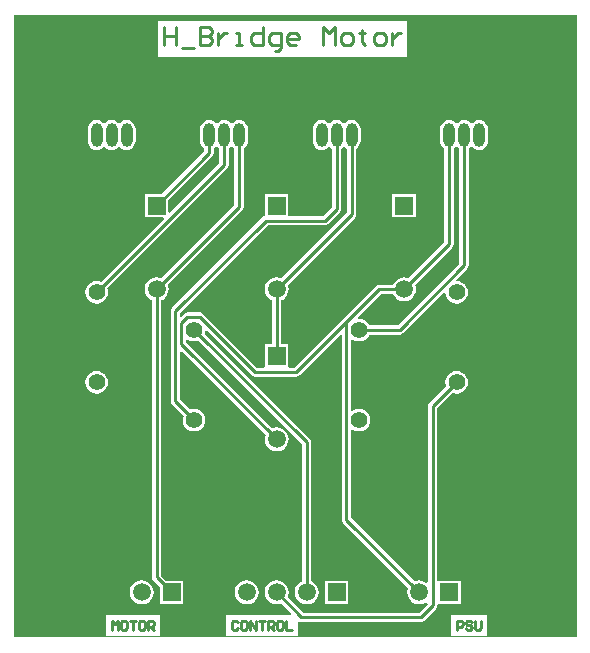
<source format=gtl>
G04*
G04 #@! TF.GenerationSoftware,Altium Limited,Altium Designer,20.0.2 (26)*
G04*
G04 Layer_Physical_Order=1*
G04 Layer_Color=255*
%FSLAX44Y44*%
%MOMM*%
G71*
G01*
G75*
%ADD12C,0.2540*%
%ADD20R,1.5000X1.5000*%
%ADD21C,1.5000*%
%ADD22O,1.0000X2.0000*%
%ADD23O,1.0000X2.0000*%
%ADD24C,1.4000*%
%ADD25R,1.5000X1.5000*%
G36*
X1778000Y736600D02*
X1301750D01*
Y1263650D01*
X1778000D01*
Y736600D01*
D02*
G37*
%LPC*%
G36*
X1634425Y1258565D02*
X1423670D01*
Y1228092D01*
X1634425D01*
Y1258565D01*
D02*
G37*
G36*
X1695450Y1174655D02*
X1693482Y1174396D01*
X1691647Y1173636D01*
X1690072Y1172428D01*
X1689735Y1171988D01*
X1688465D01*
X1688128Y1172428D01*
X1686552Y1173636D01*
X1684718Y1174396D01*
X1682750Y1174655D01*
X1680782Y1174396D01*
X1678947Y1173636D01*
X1677372Y1172428D01*
X1677035Y1171988D01*
X1675765D01*
X1675428Y1172428D01*
X1673853Y1173636D01*
X1672018Y1174396D01*
X1670050Y1174655D01*
X1668082Y1174396D01*
X1666248Y1173636D01*
X1664672Y1172428D01*
X1663464Y1170853D01*
X1662704Y1169018D01*
X1662445Y1167050D01*
Y1157050D01*
X1662704Y1155082D01*
X1663464Y1153248D01*
X1664672Y1151672D01*
X1666165Y1150527D01*
Y1071009D01*
X1635750Y1040593D01*
X1634571Y1041081D01*
X1631950Y1041427D01*
X1629329Y1041081D01*
X1626887Y1040070D01*
X1624789Y1038461D01*
X1623180Y1036363D01*
X1622692Y1035185D01*
X1610928D01*
X1609441Y1034889D01*
X1608181Y1034047D01*
X1580181Y1006047D01*
X1580181Y1006047D01*
X1539155Y965021D01*
X1535211D01*
X1534040Y965260D01*
Y985340D01*
X1527885D01*
Y1022042D01*
X1529063Y1022530D01*
X1531161Y1024139D01*
X1532770Y1026237D01*
X1533782Y1028679D01*
X1534127Y1031300D01*
X1533782Y1033921D01*
X1533293Y1035100D01*
X1590247Y1092053D01*
X1591089Y1093313D01*
X1591385Y1094800D01*
Y1150527D01*
X1592878Y1151672D01*
X1594086Y1153248D01*
X1594846Y1155082D01*
X1595105Y1157050D01*
Y1167050D01*
X1594846Y1169018D01*
X1594086Y1170853D01*
X1592878Y1172428D01*
X1591302Y1173636D01*
X1589468Y1174396D01*
X1587500Y1174655D01*
X1585532Y1174396D01*
X1583698Y1173636D01*
X1582122Y1172428D01*
X1581785Y1171988D01*
X1580515D01*
X1580178Y1172428D01*
X1578602Y1173636D01*
X1576768Y1174396D01*
X1574800Y1174655D01*
X1572832Y1174396D01*
X1570997Y1173636D01*
X1569422Y1172428D01*
X1569085Y1171988D01*
X1567815D01*
X1567478Y1172428D01*
X1565903Y1173636D01*
X1564068Y1174396D01*
X1562100Y1174655D01*
X1560132Y1174396D01*
X1558297Y1173636D01*
X1556722Y1172428D01*
X1555514Y1170853D01*
X1554754Y1169018D01*
X1554495Y1167050D01*
Y1157050D01*
X1554754Y1155082D01*
X1555514Y1153248D01*
X1556722Y1151672D01*
X1558297Y1150464D01*
X1560132Y1149704D01*
X1562100Y1149445D01*
X1564068Y1149704D01*
X1565903Y1150464D01*
X1567478Y1151672D01*
X1567815Y1152112D01*
X1569085D01*
X1569422Y1151672D01*
X1570915Y1150527D01*
Y1101175D01*
X1563031Y1093291D01*
X1534040D01*
Y1112340D01*
X1513960D01*
Y1093119D01*
X1513339Y1092995D01*
X1512079Y1092153D01*
X1435513Y1015587D01*
X1434671Y1014327D01*
X1434375Y1012840D01*
Y936640D01*
X1434671Y935154D01*
X1435513Y933893D01*
X1445239Y924167D01*
X1444856Y923240D01*
X1444528Y920750D01*
X1444856Y918260D01*
X1445817Y915939D01*
X1447346Y913946D01*
X1449339Y912417D01*
X1451660Y911456D01*
X1454150Y911128D01*
X1456640Y911456D01*
X1458961Y912417D01*
X1460954Y913946D01*
X1462483Y915939D01*
X1463444Y918260D01*
X1463772Y920750D01*
X1463444Y923240D01*
X1462483Y925561D01*
X1460954Y927554D01*
X1458961Y929083D01*
X1456640Y930044D01*
X1454150Y930372D01*
X1451660Y930044D01*
X1450733Y929661D01*
X1442144Y938249D01*
Y979003D01*
X1443318Y979489D01*
X1514707Y908100D01*
X1514218Y906921D01*
X1513873Y904300D01*
X1514218Y901679D01*
X1515230Y899237D01*
X1516839Y897139D01*
X1518937Y895530D01*
X1521379Y894518D01*
X1524000Y894173D01*
X1526621Y894518D01*
X1529063Y895530D01*
X1531161Y897139D01*
X1532770Y899237D01*
X1533782Y901679D01*
X1534127Y904300D01*
X1533782Y906921D01*
X1532770Y909363D01*
X1531161Y911461D01*
X1529063Y913070D01*
X1526621Y914081D01*
X1524000Y914427D01*
X1521379Y914081D01*
X1520200Y913593D01*
X1447224Y986569D01*
Y988639D01*
X1448494Y989265D01*
X1449339Y988617D01*
X1451660Y987656D01*
X1454150Y987328D01*
X1456640Y987656D01*
X1457567Y988039D01*
X1545515Y900091D01*
Y783958D01*
X1544337Y783470D01*
X1542239Y781861D01*
X1540630Y779763D01*
X1539618Y777321D01*
X1539273Y774700D01*
X1539618Y772079D01*
X1540630Y769637D01*
X1542239Y767539D01*
X1544337Y765930D01*
X1546779Y764918D01*
X1549400Y764573D01*
X1552021Y764918D01*
X1554463Y765930D01*
X1556561Y767539D01*
X1558170Y769637D01*
X1559182Y772079D01*
X1559527Y774700D01*
X1559182Y777321D01*
X1558170Y779763D01*
X1556561Y781861D01*
X1554463Y783470D01*
X1553285Y783958D01*
Y901700D01*
X1552989Y903187D01*
X1552147Y904447D01*
X1463061Y993533D01*
X1463444Y994460D01*
X1463637Y995921D01*
X1464978Y996376D01*
X1502965Y958389D01*
X1504225Y957547D01*
X1505712Y957251D01*
X1540764D01*
X1542251Y957547D01*
X1543511Y958389D01*
X1577870Y992748D01*
X1579043Y992262D01*
Y836422D01*
X1579339Y834935D01*
X1580181Y833675D01*
X1635357Y778500D01*
X1634868Y777321D01*
X1634523Y774700D01*
X1634868Y772079D01*
X1635880Y769637D01*
X1637489Y767539D01*
X1639587Y765930D01*
X1642029Y764918D01*
X1644650Y764573D01*
X1647271Y764918D01*
X1649713Y765930D01*
X1650536Y766562D01*
X1651782Y765997D01*
X1651886Y765078D01*
X1644311Y757503D01*
X1546691D01*
X1533293Y770900D01*
X1533782Y772079D01*
X1534127Y774700D01*
X1533782Y777321D01*
X1532770Y779763D01*
X1531161Y781861D01*
X1529063Y783470D01*
X1526621Y784482D01*
X1524000Y784827D01*
X1521379Y784482D01*
X1518937Y783470D01*
X1516839Y781861D01*
X1515230Y779763D01*
X1514218Y777321D01*
X1513873Y774700D01*
X1514218Y772079D01*
X1515230Y769637D01*
X1516839Y767539D01*
X1518937Y765930D01*
X1521379Y764918D01*
X1524000Y764573D01*
X1526621Y764918D01*
X1527800Y765407D01*
X1536385Y756821D01*
X1535899Y755648D01*
X1480820D01*
Y737870D01*
X1541764D01*
Y749726D01*
X1543034Y750405D01*
X1543595Y750029D01*
X1545082Y749733D01*
X1645920D01*
X1647407Y750029D01*
X1648667Y750871D01*
X1658827Y761031D01*
X1659669Y762291D01*
X1659897Y763437D01*
X1659965Y763778D01*
X1660757Y764660D01*
X1661235Y764660D01*
X1680090D01*
Y784740D01*
X1660010Y784740D01*
X1659965Y785991D01*
Y930571D01*
X1672983Y943589D01*
X1673910Y943206D01*
X1676400Y942878D01*
X1678890Y943206D01*
X1681211Y944167D01*
X1683204Y945696D01*
X1684733Y947689D01*
X1685694Y950010D01*
X1686022Y952500D01*
X1685694Y954990D01*
X1684733Y957311D01*
X1683204Y959304D01*
X1681211Y960833D01*
X1678890Y961794D01*
X1676400Y962122D01*
X1673910Y961794D01*
X1671589Y960833D01*
X1669596Y959304D01*
X1668067Y957311D01*
X1667106Y954990D01*
X1666778Y952500D01*
X1667106Y950010D01*
X1667489Y949083D01*
X1653333Y934927D01*
X1652491Y933667D01*
X1652195Y932180D01*
Y783166D01*
X1650925Y782540D01*
X1649713Y783470D01*
X1647271Y784482D01*
X1644650Y784827D01*
X1642029Y784482D01*
X1640850Y783993D01*
X1586813Y838031D01*
Y912524D01*
X1588083Y913150D01*
X1589039Y912417D01*
X1591360Y911456D01*
X1593850Y911128D01*
X1596340Y911456D01*
X1598661Y912417D01*
X1600654Y913946D01*
X1602183Y915939D01*
X1603144Y918260D01*
X1603472Y920750D01*
X1603144Y923240D01*
X1602183Y925561D01*
X1600654Y927554D01*
X1598661Y929083D01*
X1596340Y930044D01*
X1593850Y930372D01*
X1591360Y930044D01*
X1589039Y929083D01*
X1588083Y928350D01*
X1586813Y928976D01*
Y988724D01*
X1588083Y989351D01*
X1589039Y988617D01*
X1591360Y987656D01*
X1593850Y987328D01*
X1596340Y987656D01*
X1598661Y988617D01*
X1600654Y990146D01*
X1602183Y992139D01*
X1602567Y993065D01*
X1628140D01*
X1629627Y993361D01*
X1630887Y994203D01*
X1665629Y1028945D01*
X1666824Y1028345D01*
X1667106Y1026210D01*
X1668067Y1023889D01*
X1669596Y1021896D01*
X1671589Y1020367D01*
X1673910Y1019406D01*
X1676400Y1019078D01*
X1678890Y1019406D01*
X1681211Y1020367D01*
X1683204Y1021896D01*
X1684733Y1023889D01*
X1685694Y1026210D01*
X1686022Y1028700D01*
X1685694Y1031190D01*
X1684733Y1033511D01*
X1683204Y1035504D01*
X1681211Y1037033D01*
X1678890Y1037994D01*
X1676755Y1038276D01*
X1676155Y1039471D01*
X1685497Y1048813D01*
X1686339Y1050073D01*
X1686635Y1051560D01*
Y1150527D01*
X1688128Y1151672D01*
X1688465Y1152112D01*
X1689735D01*
X1690072Y1151672D01*
X1691647Y1150464D01*
X1693482Y1149704D01*
X1695450Y1149445D01*
X1697418Y1149704D01*
X1699252Y1150464D01*
X1700828Y1151672D01*
X1702036Y1153248D01*
X1702796Y1155082D01*
X1703055Y1157050D01*
Y1167050D01*
X1702796Y1169018D01*
X1702036Y1170853D01*
X1700828Y1172428D01*
X1699252Y1173636D01*
X1697418Y1174396D01*
X1695450Y1174655D01*
D02*
G37*
G36*
X1492250D02*
X1490282Y1174396D01*
X1488448Y1173636D01*
X1486872Y1172428D01*
X1486535Y1171988D01*
X1485265D01*
X1484928Y1172428D01*
X1483353Y1173636D01*
X1481518Y1174396D01*
X1479550Y1174655D01*
X1477582Y1174396D01*
X1475748Y1173636D01*
X1474172Y1172428D01*
X1473835Y1171988D01*
X1472565D01*
X1472228Y1172428D01*
X1470652Y1173636D01*
X1468818Y1174396D01*
X1466850Y1174655D01*
X1464882Y1174396D01*
X1463047Y1173636D01*
X1461472Y1172428D01*
X1460264Y1170853D01*
X1459504Y1169018D01*
X1459245Y1167050D01*
Y1157050D01*
X1459504Y1155082D01*
X1460264Y1153248D01*
X1461472Y1151672D01*
X1462965Y1150527D01*
Y1148359D01*
X1426946Y1112340D01*
X1412360D01*
Y1092260D01*
X1428007D01*
X1428493Y1091087D01*
X1375017Y1037611D01*
X1374090Y1037994D01*
X1371600Y1038322D01*
X1369110Y1037994D01*
X1366789Y1037033D01*
X1364796Y1035504D01*
X1363267Y1033511D01*
X1362306Y1031190D01*
X1361978Y1028700D01*
X1362306Y1026210D01*
X1363267Y1023889D01*
X1364796Y1021896D01*
X1366789Y1020367D01*
X1369110Y1019406D01*
X1371600Y1019078D01*
X1374090Y1019406D01*
X1376411Y1020367D01*
X1378404Y1021896D01*
X1379933Y1023889D01*
X1380894Y1026210D01*
X1381222Y1028700D01*
X1380894Y1031190D01*
X1380511Y1032117D01*
X1482297Y1133903D01*
X1483139Y1135163D01*
X1483435Y1136650D01*
Y1150527D01*
X1484928Y1151672D01*
X1485265Y1152112D01*
X1486535D01*
X1486872Y1151672D01*
X1488365Y1150527D01*
Y1102759D01*
X1426200Y1040593D01*
X1425021Y1041081D01*
X1422400Y1041427D01*
X1419779Y1041081D01*
X1417337Y1040070D01*
X1415239Y1038461D01*
X1413630Y1036363D01*
X1412618Y1033921D01*
X1412273Y1031300D01*
X1412618Y1028679D01*
X1413630Y1026237D01*
X1415239Y1024139D01*
X1417337Y1022530D01*
X1418515Y1022042D01*
Y787400D01*
X1418811Y785913D01*
X1419653Y784653D01*
X1425060Y779246D01*
Y764660D01*
X1445140D01*
Y784740D01*
X1430554D01*
X1426285Y789009D01*
Y1022042D01*
X1427463Y1022530D01*
X1429561Y1024139D01*
X1431170Y1026237D01*
X1432182Y1028679D01*
X1432527Y1031300D01*
X1432182Y1033921D01*
X1431693Y1035100D01*
X1494997Y1098403D01*
X1495839Y1099663D01*
X1496135Y1101150D01*
Y1150527D01*
X1497628Y1151672D01*
X1498836Y1153248D01*
X1499596Y1155082D01*
X1499855Y1157050D01*
Y1167050D01*
X1499596Y1169018D01*
X1498836Y1170853D01*
X1497628Y1172428D01*
X1496053Y1173636D01*
X1494218Y1174396D01*
X1492250Y1174655D01*
D02*
G37*
G36*
X1397000D02*
X1395032Y1174396D01*
X1393197Y1173636D01*
X1391622Y1172428D01*
X1391285Y1171988D01*
X1390015D01*
X1389678Y1172428D01*
X1388103Y1173636D01*
X1386268Y1174396D01*
X1384300Y1174655D01*
X1382332Y1174396D01*
X1380497Y1173636D01*
X1378922Y1172428D01*
X1378585Y1171988D01*
X1377315D01*
X1376978Y1172428D01*
X1375403Y1173636D01*
X1373568Y1174396D01*
X1371600Y1174655D01*
X1369632Y1174396D01*
X1367798Y1173636D01*
X1366222Y1172428D01*
X1365014Y1170853D01*
X1364254Y1169018D01*
X1363995Y1167050D01*
Y1157050D01*
X1364254Y1155082D01*
X1365014Y1153248D01*
X1366222Y1151672D01*
X1367798Y1150464D01*
X1369632Y1149704D01*
X1371600Y1149445D01*
X1373568Y1149704D01*
X1375403Y1150464D01*
X1376978Y1151672D01*
X1377315Y1152112D01*
X1378585D01*
X1378922Y1151672D01*
X1380497Y1150464D01*
X1382332Y1149704D01*
X1384300Y1149445D01*
X1386268Y1149704D01*
X1388103Y1150464D01*
X1389678Y1151672D01*
X1390015Y1152112D01*
X1391285D01*
X1391622Y1151672D01*
X1393197Y1150464D01*
X1395032Y1149704D01*
X1397000Y1149445D01*
X1398968Y1149704D01*
X1400802Y1150464D01*
X1402378Y1151672D01*
X1403586Y1153248D01*
X1404346Y1155082D01*
X1404605Y1157050D01*
Y1167050D01*
X1404346Y1169018D01*
X1403586Y1170853D01*
X1402378Y1172428D01*
X1400802Y1173636D01*
X1398968Y1174396D01*
X1397000Y1174655D01*
D02*
G37*
G36*
X1641990Y1112340D02*
X1621910D01*
Y1092260D01*
X1641990D01*
Y1112340D01*
D02*
G37*
G36*
X1371600Y962122D02*
X1369110Y961794D01*
X1366789Y960833D01*
X1364796Y959304D01*
X1363267Y957311D01*
X1362306Y954990D01*
X1361978Y952500D01*
X1362306Y950010D01*
X1363267Y947689D01*
X1364796Y945696D01*
X1366789Y944167D01*
X1369110Y943206D01*
X1371600Y942878D01*
X1374090Y943206D01*
X1376411Y944167D01*
X1378404Y945696D01*
X1379933Y947689D01*
X1380894Y950010D01*
X1381222Y952500D01*
X1380894Y954990D01*
X1379933Y957311D01*
X1378404Y959304D01*
X1376411Y960833D01*
X1374090Y961794D01*
X1371600Y962122D01*
D02*
G37*
G36*
X1584840Y784740D02*
X1564760D01*
Y764660D01*
X1584840D01*
Y784740D01*
D02*
G37*
G36*
X1498600Y784827D02*
X1495979Y784482D01*
X1493537Y783470D01*
X1491439Y781861D01*
X1489830Y779763D01*
X1488818Y777321D01*
X1488473Y774700D01*
X1488818Y772079D01*
X1489830Y769637D01*
X1491439Y767539D01*
X1493537Y765930D01*
X1495979Y764918D01*
X1498600Y764573D01*
X1501221Y764918D01*
X1503663Y765930D01*
X1505761Y767539D01*
X1507370Y769637D01*
X1508382Y772079D01*
X1508727Y774700D01*
X1508382Y777321D01*
X1507370Y779763D01*
X1505761Y781861D01*
X1503663Y783470D01*
X1501221Y784482D01*
X1498600Y784827D01*
D02*
G37*
G36*
X1409700D02*
X1407079Y784482D01*
X1404637Y783470D01*
X1402539Y781861D01*
X1400930Y779763D01*
X1399918Y777321D01*
X1399573Y774700D01*
X1399918Y772079D01*
X1400930Y769637D01*
X1402539Y767539D01*
X1404637Y765930D01*
X1407079Y764918D01*
X1409700Y764573D01*
X1412321Y764918D01*
X1414763Y765930D01*
X1416861Y767539D01*
X1418470Y769637D01*
X1419482Y772079D01*
X1419827Y774700D01*
X1419482Y777321D01*
X1418470Y779763D01*
X1416861Y781861D01*
X1414763Y783470D01*
X1412321Y784482D01*
X1409700Y784827D01*
D02*
G37*
G36*
X1701793Y755648D02*
X1671320D01*
Y737870D01*
X1701793D01*
Y755648D01*
D02*
G37*
G36*
X1424928D02*
X1379220D01*
Y737870D01*
X1424928D01*
Y755648D01*
D02*
G37*
%LPD*%
G36*
X1582122Y1151672D02*
X1583615Y1150527D01*
Y1096409D01*
X1527800Y1040593D01*
X1526621Y1041081D01*
X1524000Y1041427D01*
X1521379Y1041081D01*
X1518937Y1040070D01*
X1516839Y1038461D01*
X1515230Y1036363D01*
X1514218Y1033921D01*
X1513873Y1031300D01*
X1514218Y1028679D01*
X1515230Y1026237D01*
X1516839Y1024139D01*
X1518937Y1022530D01*
X1520115Y1022042D01*
Y985340D01*
X1513960D01*
Y965260D01*
X1512789Y965021D01*
X1507321D01*
X1461723Y1010619D01*
X1460463Y1011461D01*
X1458976Y1011757D01*
X1448562D01*
X1447075Y1011461D01*
X1445815Y1010619D01*
X1443318Y1008121D01*
X1442144Y1008607D01*
Y1011231D01*
X1516435Y1085521D01*
X1564640D01*
X1566127Y1085817D01*
X1567387Y1086659D01*
X1577547Y1096819D01*
X1578389Y1098079D01*
X1578685Y1099566D01*
Y1150527D01*
X1580178Y1151672D01*
X1580515Y1152112D01*
X1581785D01*
X1582122Y1151672D01*
D02*
G37*
G36*
X1677372Y1151672D02*
X1678865Y1150527D01*
Y1053169D01*
X1626531Y1000835D01*
X1602567D01*
X1602183Y1001761D01*
X1600654Y1003754D01*
X1598661Y1005283D01*
X1596340Y1006244D01*
X1593850Y1006572D01*
X1593326Y1006503D01*
X1592764Y1007642D01*
X1612537Y1027415D01*
X1622692D01*
X1623180Y1026237D01*
X1624789Y1024139D01*
X1626887Y1022530D01*
X1629329Y1021518D01*
X1631950Y1021173D01*
X1634571Y1021518D01*
X1637013Y1022530D01*
X1639111Y1024139D01*
X1640720Y1026237D01*
X1641732Y1028679D01*
X1642077Y1031300D01*
X1641732Y1033921D01*
X1641243Y1035100D01*
X1672797Y1066653D01*
X1673639Y1067913D01*
X1673935Y1069400D01*
Y1150527D01*
X1675428Y1151672D01*
X1675765Y1152112D01*
X1677035D01*
X1677372Y1151672D01*
D02*
G37*
G36*
X1474172D02*
X1475665Y1150527D01*
Y1138259D01*
X1433613Y1096207D01*
X1432440Y1096693D01*
Y1106846D01*
X1469597Y1144003D01*
X1470439Y1145264D01*
X1470735Y1146750D01*
Y1150527D01*
X1472228Y1151672D01*
X1472565Y1152112D01*
X1473835D01*
X1474172Y1151672D01*
D02*
G37*
D12*
X1582928Y1003300D02*
X1610928Y1031300D01*
X1540764Y961136D02*
X1582928Y1003300D01*
X1443340Y984960D02*
X1524000Y904300D01*
X1443340Y984960D02*
Y1002650D01*
X1448562Y1007872D01*
X1458976D01*
X1505712Y961136D01*
X1540764D01*
X1582928Y836422D02*
X1644650Y774700D01*
X1582928Y836422D02*
Y1003300D01*
X1610928Y1031300D02*
X1631950D01*
X1422400Y787400D02*
Y1031300D01*
Y787400D02*
X1435100Y774700D01*
X1656080Y932180D02*
X1676400Y952500D01*
X1656080Y763778D02*
Y932180D01*
X1645920Y753618D02*
X1656080Y763778D01*
X1545082Y753618D02*
X1645920D01*
X1524000Y774700D02*
X1545082Y753618D01*
X1479550Y1136650D02*
Y1162050D01*
X1371600Y1028700D02*
X1479550Y1136650D01*
X1422400Y1031300D02*
X1492250Y1101150D01*
Y1162050D01*
X1549400Y774700D02*
Y901700D01*
X1454150Y996950D02*
X1549400Y901700D01*
X1574800Y1099566D02*
Y1162050D01*
X1564640Y1089406D02*
X1574800Y1099566D01*
X1514825Y1089406D02*
X1564640D01*
X1438260Y1012840D02*
X1514825Y1089406D01*
X1438260Y936640D02*
Y1012840D01*
Y936640D02*
X1454150Y920750D01*
X1466850Y1146750D02*
Y1162050D01*
X1422400Y1102300D02*
X1466850Y1146750D01*
X1670050Y1069400D02*
Y1162050D01*
X1631950Y1031300D02*
X1670050Y1069400D01*
X1593850Y996950D02*
X1628140D01*
X1682750Y1051560D01*
Y1162050D01*
X1587500Y1094800D02*
Y1162050D01*
X1524000Y1031300D02*
X1587500Y1094800D01*
X1524000Y975300D02*
Y1031300D01*
X1428750Y1253485D02*
Y1238250D01*
Y1245867D01*
X1438907D01*
Y1253485D01*
Y1238250D01*
X1443985Y1235711D02*
X1454142D01*
X1459220Y1253485D02*
Y1238250D01*
X1466838D01*
X1469377Y1240789D01*
Y1243328D01*
X1466838Y1245867D01*
X1459220D01*
X1466838D01*
X1469377Y1248407D01*
Y1250946D01*
X1466838Y1253485D01*
X1459220D01*
X1474455Y1248407D02*
Y1238250D01*
Y1243328D01*
X1476994Y1245867D01*
X1479534Y1248407D01*
X1482073D01*
X1489690Y1238250D02*
X1494769D01*
X1492229D01*
Y1248407D01*
X1489690D01*
X1512543Y1253485D02*
Y1238250D01*
X1504925D01*
X1502386Y1240789D01*
Y1245867D01*
X1504925Y1248407D01*
X1512543D01*
X1522700Y1233172D02*
X1525239D01*
X1527778Y1235711D01*
Y1248407D01*
X1520160D01*
X1517621Y1245867D01*
Y1240789D01*
X1520160Y1238250D01*
X1527778D01*
X1540474D02*
X1535396D01*
X1532856Y1240789D01*
Y1245867D01*
X1535396Y1248407D01*
X1540474D01*
X1543013Y1245867D01*
Y1243328D01*
X1532856D01*
X1563327Y1238250D02*
Y1253485D01*
X1568405Y1248407D01*
X1573483Y1253485D01*
Y1238250D01*
X1581101D02*
X1586179D01*
X1588718Y1240789D01*
Y1245867D01*
X1586179Y1248407D01*
X1581101D01*
X1578562Y1245867D01*
Y1240789D01*
X1581101Y1238250D01*
X1596336Y1250946D02*
Y1248407D01*
X1593797D01*
X1598875D01*
X1596336D01*
Y1240789D01*
X1598875Y1238250D01*
X1609032D02*
X1614110D01*
X1616649Y1240789D01*
Y1245867D01*
X1614110Y1248407D01*
X1609032D01*
X1606492Y1245867D01*
Y1240789D01*
X1609032Y1238250D01*
X1621728Y1248407D02*
Y1238250D01*
Y1243328D01*
X1624267Y1245867D01*
X1626806Y1248407D01*
X1629345D01*
X1384300Y742950D02*
Y750567D01*
X1386839Y748028D01*
X1389378Y750567D01*
Y742950D01*
X1395726Y750567D02*
X1393187D01*
X1391918Y749298D01*
Y744220D01*
X1393187Y742950D01*
X1395726D01*
X1396996Y744220D01*
Y749298D01*
X1395726Y750567D01*
X1399535D02*
X1404613D01*
X1402074D01*
Y742950D01*
X1410961Y750567D02*
X1408422D01*
X1407153Y749298D01*
Y744220D01*
X1408422Y742950D01*
X1410961D01*
X1412231Y744220D01*
Y749298D01*
X1410961Y750567D01*
X1414770Y742950D02*
Y750567D01*
X1418579D01*
X1419848Y749298D01*
Y746759D01*
X1418579Y745489D01*
X1414770D01*
X1417309D02*
X1419848Y742950D01*
X1676400D02*
Y750567D01*
X1680209D01*
X1681478Y749298D01*
Y746759D01*
X1680209Y745489D01*
X1676400D01*
X1689096Y749298D02*
X1687826Y750567D01*
X1685287D01*
X1684017Y749298D01*
Y748028D01*
X1685287Y746759D01*
X1687826D01*
X1689096Y745489D01*
Y744220D01*
X1687826Y742950D01*
X1685287D01*
X1684017Y744220D01*
X1691635Y750567D02*
Y744220D01*
X1692905Y742950D01*
X1695444D01*
X1696713Y744220D01*
Y750567D01*
X1490978Y749298D02*
X1489709Y750567D01*
X1487170D01*
X1485900Y749298D01*
Y744220D01*
X1487170Y742950D01*
X1489709D01*
X1490978Y744220D01*
X1497326Y750567D02*
X1494787D01*
X1493517Y749298D01*
Y744220D01*
X1494787Y742950D01*
X1497326D01*
X1498596Y744220D01*
Y749298D01*
X1497326Y750567D01*
X1501135Y742950D02*
Y750567D01*
X1506213Y742950D01*
Y750567D01*
X1508753D02*
X1513831D01*
X1511292D01*
Y742950D01*
X1516370D02*
Y750567D01*
X1520179D01*
X1521449Y749298D01*
Y746759D01*
X1520179Y745489D01*
X1516370D01*
X1518909D02*
X1521449Y742950D01*
X1527796Y750567D02*
X1525257D01*
X1523988Y749298D01*
Y744220D01*
X1525257Y742950D01*
X1527796D01*
X1529066Y744220D01*
Y749298D01*
X1527796Y750567D01*
X1531605D02*
Y742950D01*
X1536684D01*
D20*
X1670050Y774700D02*
D03*
X1435100D02*
D03*
X1574800D02*
D03*
D21*
X1644650D02*
D03*
X1524000Y1031300D02*
D03*
X1422400D02*
D03*
X1409700Y774700D02*
D03*
X1498600D02*
D03*
X1524000D02*
D03*
X1549400D02*
D03*
X1524000Y904300D02*
D03*
X1631950Y1031300D02*
D03*
D22*
X1397000Y1162050D02*
D03*
X1371600D02*
D03*
X1492250D02*
D03*
X1466850D02*
D03*
X1587500D02*
D03*
X1562100D02*
D03*
X1695450D02*
D03*
X1670050D02*
D03*
D23*
X1384300D02*
D03*
X1479550D02*
D03*
X1574800D02*
D03*
X1682750D02*
D03*
D24*
X1676400Y1028700D02*
D03*
Y952500D02*
D03*
X1371600Y1028700D02*
D03*
Y952500D02*
D03*
X1454150Y996950D02*
D03*
Y920750D02*
D03*
X1593850Y996950D02*
D03*
Y920750D02*
D03*
D25*
X1524000Y1102300D02*
D03*
X1422400D02*
D03*
X1524000Y975300D02*
D03*
X1631950Y1102300D02*
D03*
M02*

</source>
